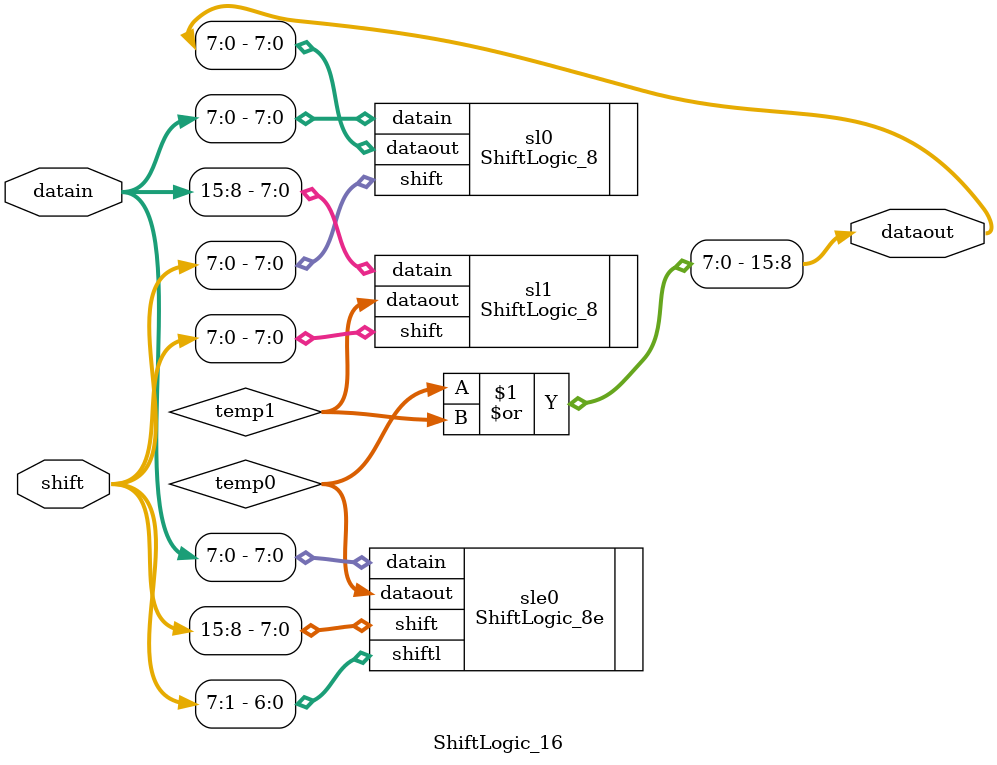
<source format=v>
`include "ShiftLogic_8.v"
`include "ShiftLogic_8e.v"

module ShiftLogic_16 (datain, shift, dataout);
    input [15:0] datain;
    input [15:0] shift;
    output [15:0] dataout;

    wire [7:0] temp0, temp1;
    ShiftLogic_8 sl0 (.datain(datain[7:0]), .shift(shift[7:0]), .dataout(dataout[7:0]));
    ShiftLogic_8e sle0 (.datain(datain[7:0]), .shift(shift[15:8]), .shiftl(shift[7:1]), .dataout(temp0[7:0]));
    ShiftLogic_8 sl1 (.datain(datain[15:8]), .shift(shift[7:0]), .dataout(temp1[7:0]));

    assign dataout[15:8] = temp0[7:0] | temp1[7:0];

endmodule
</source>
